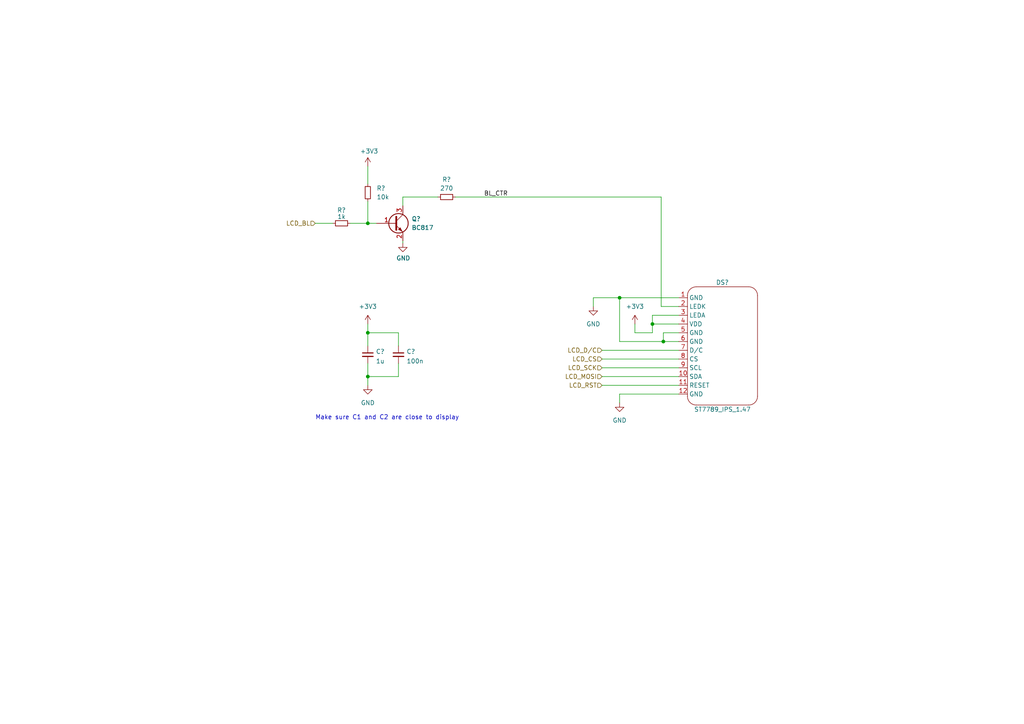
<source format=kicad_sch>
(kicad_sch (version 20230121) (generator eeschema)
  (paper "A4")
  (title_block (title "LCD Display") (date "2023-03-17") (rev "1") (company "Cuprum77"))
  (lib_symbols
    (symbol "Cuprum:ST7789_IPS_1.47"
      (property "Reference" "DS" (at 0 12.065 0))
      (property "Value" "ST7789_IPS_1.47" (at 0 0 0))
      (symbol "ST7789_IPS_1.47_0_1"
        (arc (start -17.1448 -7.6198) (mid -16.4009 -9.4159) (end -14.6048 -10.1598))
        (arc (start -14.6048 10.1598) (mid -16.4009 9.4159) (end -17.1448 7.6198))
        (polyline (pts (xy -17.145 7.62) (xy -17.145 -7.62)))
        (polyline (pts (xy -14.605 -10.16) (xy 14.605 -10.16)))
        (polyline (pts (xy 14.605 10.16) (xy -14.605 10.16)))
        (polyline (pts (xy 17.145 -7.62) (xy 17.145 7.62)))
        (arc (start 14.6048 -10.1598) (mid 16.4009 -9.4159) (end 17.1448 -7.6198))
        (arc (start 17.145 7.62) (mid 16.4011 9.4161) (end 14.605 10.16))
      )
      (symbol "ST7789_IPS_1.47_1_1"
        (pin input line (at -13.97 -12.7 90) (length 2.54) (name "GND") (number "1"))
        (pin input line (at 8.89 -12.7 90) (length 2.54) (name "SDA") (number "10"))
        (pin input line (at 11.43 -12.7 90) (length 2.54) (name "RESET") (number "11"))
        (pin input line (at 13.97 -12.7 90) (length 2.54) (name "GND") (number "12"))
        (pin input line (at -11.43 -12.7 90) (length 2.54) (name "LEDK") (number "2"))
        (pin input line (at -8.89 -12.7 90) (length 2.54) (name "LEDA") (number "3"))
        (pin input line (at -6.35 -12.7 90) (length 2.54) (name "VDD") (number "4"))
        (pin input line (at -3.81 -12.7 90) (length 2.54) (name "GND") (number "5"))
        (pin input line (at -1.27 -12.7 90) (length 2.54) (name "GND") (number "6"))
        (pin input line (at 1.27 -12.7 90) (length 2.54) (name "D/C") (number "7"))
        (pin input line (at 3.81 -12.7 90) (length 2.54) (name "CS") (number "8"))
        (pin input line (at 6.35 -12.7 90) (length 2.54) (name "SCL") (number "9"))
      )
    )
    (symbol "Device:C_Small" (pin_numbers hide) (pin_names (offset 0.254) hide)
      (property "Reference" "C" (at 0.254 1.778 0))
      (property "Value" "C_Small" (at 0.254 -2.032 0))
      (symbol "C_Small_0_1"
        (polyline (pts (xy -1.524 -0.508) (xy 1.524 -0.508)) (stroke (width 0.3302)))
        (polyline (pts (xy -1.524 0.508) (xy 1.524 0.508)) (stroke (width 0.3048)))
      )
      (symbol "C_Small_1_1"
        (pin passive line (at 0 2.54 270) (length 2.032) (name "~") (number "1"))
        (pin passive line (at 0 -2.54 90) (length 2.032) (name "~") (number "2"))
      )
    )
    (symbol "Device:R_Small" (pin_numbers hide) (pin_names (offset 0.254) hide)
      (property "Reference" "R" (at 0.762 0.508 0))
      (property "Value" "R_Small" (at 0.762 -1.016 0))
      (symbol "R_Small_0_1"
        (rectangle (start -0.762 1.778) (end 0.762 -1.778) (stroke (width 0.2032)))
      )
      (symbol "R_Small_1_1"
        (pin passive line (at 0 2.54 270) (length 0.762) (name "~") (number "1"))
        (pin passive line (at 0 -2.54 90) (length 0.762) (name "~") (number "2"))
      )
    )
    (symbol "Transistor_BJT:BC817" (pin_names (offset 0) hide)
      (property "Reference" "Q" (at 5.08 1.905 0))
      (property "Value" "BC817" (at 5.08 0 0))
      (symbol "BC817_0_1"
        (polyline (pts (xy 0.635 0.635) (xy 2.54 2.54)))
        (polyline (pts (xy 0.635 -0.635) (xy 2.54 -2.54) (xy 2.54 -2.54)))
        (polyline (pts (xy 0.635 1.905) (xy 0.635 -1.905) (xy 0.635 -1.905)) (stroke (width 0.508)))
        (polyline (pts (xy 1.27 -1.778) (xy 1.778 -1.27) (xy 2.286 -2.286) (xy 1.27 -1.778) (xy 1.27 -1.778)) (fill (type outline)))
        (circle (center 1.27 0) (radius 2.8194) (stroke (width 0.254)))
      )
      (symbol "BC817_1_1"
        (pin input line (at -5.08 0 0) (length 5.715) (name "B") (number "1"))
        (pin passive line (at 2.54 -5.08 90) (length 2.54) (name "E") (number "2"))
        (pin passive line (at 2.54 5.08 270) (length 2.54) (name "C") (number "3"))
      )
    )
    (symbol "power:+3V3" (power) (pin_names (offset 0))
      (property "Value" "+3V3" (at 0 3.556 0))
      (symbol "+3V3_0_1"
        (polyline (pts (xy -0.762 1.27) (xy 0 2.54)))
        (polyline (pts (xy 0 0) (xy 0 2.54)))
        (polyline (pts (xy 0 2.54) (xy 0.762 1.27)))
      )
      (symbol "+3V3_1_1"
        (pin power_in line (at 0 0 90) (length 0) hide (name "+3V3") (number "1"))
      )
    )
    (symbol "power:GND" (power) (pin_names (offset 0))
      (property "Value" "GND" (at 0 -3.81 0))
      (symbol "GND_0_1"
        (polyline (pts (xy 0 0) (xy 0 -1.27) (xy 1.27 -1.27) (xy 0 -2.54) (xy -1.27 -1.27) (xy 0 -1.27)))
      )
      (symbol "GND_1_1"
        (pin power_in line (at 0 0 270) (length 0) hide (name "GND") (number "1"))
      )
    )
  )
  (junction (at 179.705 86.36))
  (junction (at 106.68 64.77))
  (junction (at 106.68 96.52))
  (junction (at 192.405 99.06))
  (junction (at 106.68 109.22))
  (junction (at 189.23 93.98))
  (wire (pts (xy 115.57 96.52) (xy 115.57 100.33)))
  (wire (pts (xy 174.625 101.6) (xy 196.85 101.6)))
  (wire (pts (xy 192.405 99.06) (xy 179.705 99.06)))
  (wire (pts (xy 115.57 105.41) (xy 115.57 109.22)))
  (wire (pts (xy 184.15 96.52) (xy 184.15 93.98)))
  (wire (pts (xy 179.705 86.36) (xy 179.705 99.06)))
  (wire (pts (xy 179.705 86.36) (xy 196.85 86.36)))
  (wire (pts (xy 116.84 70.485) (xy 116.84 69.85)))
  (wire (pts (xy 192.405 99.06) (xy 196.85 99.06)))
  (wire (pts (xy 174.625 111.76) (xy 196.85 111.76)))
  (wire (pts (xy 191.77 88.9) (xy 191.77 57.15)))
  (wire (pts (xy 106.68 58.42) (xy 106.68 64.77)))
  (wire (pts (xy 192.405 96.52) (xy 192.405 99.06)))
  (wire (pts (xy 172.085 86.36) (xy 172.085 88.9)))
  (wire (pts (xy 132.08 57.15) (xy 191.77 57.15)))
  (wire (pts (xy 101.6 64.77) (xy 106.68 64.77)))
  (wire (pts (xy 106.68 109.22) (xy 115.57 109.22)))
  (wire (pts (xy 196.85 88.9) (xy 191.77 88.9)))
  (wire (pts (xy 172.085 86.36) (xy 179.705 86.36)))
  (wire (pts (xy 106.68 105.41) (xy 106.68 109.22)))
  (wire (pts (xy 116.84 57.15) (xy 116.84 59.69)))
  (wire (pts (xy 184.15 96.52) (xy 189.23 96.52)))
  (wire (pts (xy 174.625 104.14) (xy 196.85 104.14)))
  (wire (pts (xy 174.625 106.68) (xy 196.85 106.68)))
  (wire (pts (xy 91.44 64.77) (xy 96.52 64.77)))
  (wire (pts (xy 196.85 114.3) (xy 179.705 114.3)))
  (wire (pts (xy 179.705 114.3) (xy 179.705 116.84)))
  (wire (pts (xy 116.84 57.15) (xy 127 57.15)))
  (wire (pts (xy 174.625 109.22) (xy 196.85 109.22)))
  (wire (pts (xy 189.23 91.44) (xy 189.23 93.98)))
  (wire (pts (xy 196.85 96.52) (xy 192.405 96.52)))
  (wire (pts (xy 106.68 96.52) (xy 106.68 100.33)))
  (wire (pts (xy 106.68 64.77) (xy 109.22 64.77)))
  (wire (pts (xy 189.23 93.98) (xy 196.85 93.98)))
  (wire (pts (xy 115.57 96.52) (xy 106.68 96.52)))
  (wire (pts (xy 189.23 91.44) (xy 196.85 91.44)))
  (wire (pts (xy 106.68 48.26) (xy 106.68 53.34)))
  (wire (pts (xy 106.68 93.98) (xy 106.68 96.52)))
  (wire (pts (xy 189.23 96.52) (xy 189.23 93.98)))
  (wire (pts (xy 106.68 109.22) (xy 106.68 111.76)))
  (text "Make sure C1 and C2 are close to display" (at 91.44 121.92 0) (effects (font (size 1.27 1.27)) (justify left bottom)))
  (label "BL_CTR" (at 147.32 57.15 180))
  (hierarchical_label "LCD_SCK" (shape input) (at 174.625 106.68 180))
  (hierarchical_label "LCD_CS" (shape input) (at 174.625 104.14 180))
  (hierarchical_label "LCD_MOSI" (shape input) (at 174.625 109.22 180))
  (hierarchical_label "LCD_D{slash}C" (shape input) (at 174.625 101.6 180))
  (hierarchical_label "LCD_BL" (shape input) (at 91.44 64.77 180))
  (hierarchical_label "LCD_RST" (shape input) (at 174.625 111.76 180))
  (symbol (lib_id "power:+3V3") (at 106.68 48.26 0) (unit 1)
    (property "Reference" "#PWR?" (effects hide))
    (property "Value" "+3V3" (at 107.061 43.8658 0))
    (instances (project "USB-PD" (path "" (reference "#PWR?") (unit 1)) (path "" (reference "#PWR01") (unit 1))))
  )
  (symbol (lib_id "power:GND") (at 179.705 116.84 0) (unit 1)
    (property "Reference" "#PWR?" (effects hide))
    (property "Value" "GND" (at 179.705 121.92 0))
    (instances (project "USB-PD" (path "" (reference "#PWR?") (unit 1)) (path "" (reference "#PWR04") (unit 1))))
  )
  (symbol (lib_id "power:+3V3") (at 184.15 93.98 0) (unit 1)
    (property "Reference" "#PWR?" (effects hide))
    (property "Value" "+3V3" (at 184.15 88.9 0))
    (instances (project "USB-PD" (path "" (reference "#PWR?") (unit 1)) (path "" (reference "#PWR022") (unit 1))))
  )
  (symbol (lib_id "Device:R_Small") (at 106.68 55.88 180) (unit 1)
    (property "Reference" "R?" (at 109.22 54.6099 0) (effects (justify right)))
    (property "Value" "10k" (at 109.22 57.1499 0) (effects (justify right)))
    (property "Footprint" "Cuprum:R_0603_1608Metric" (effects hide))
    (instances (project "USB-PD" (path "" (reference "R?") (unit 1)) (path "" (reference "R5") (unit 1))))
  )
  (symbol (lib_id "power:GND") (at 106.68 111.76 0) (unit 1)
    (property "Reference" "#PWR?" (effects hide))
    (property "Value" "GND" (at 106.68 116.84 0))
    (instances (project "USB-PD" (path "" (reference "#PWR?") (unit 1)) (path "" (reference "#PWR02") (unit 1))))
  )
  (symbol (lib_id "power:+3V3") (at 106.68 93.98 0) (unit 1)
    (property "Reference" "#PWR?" (effects hide))
    (property "Value" "+3V3" (at 106.68 88.9 0))
    (instances (project "USB-PD" (path "" (reference "#PWR?") (unit 1)) (path "" (reference "#PWR046") (unit 1))))
  )
  (symbol (lib_id "Device:R_Small") (at 99.06 64.77 90) (unit 1)
    (property "Reference" "R?" (at 99.06 60.96 90))
    (property "Value" "1k" (at 99.06 62.842 90))
    (property "Footprint" "Cuprum:R_0603_1608Metric" (effects hide))
    (instances (project "USB-PD" (path "" (reference "R?") (unit 1)) (path "" (reference "R4") (unit 1))))
  )
  (symbol (lib_id "Transistor_BJT:BC817") (at 114.3 64.77 0) (unit 1)
    (property "Reference" "Q?" (at 119.38 63.4999 0) (effects (justify left)))
    (property "Value" "BC817" (at 119.38 66.0399 0) (effects (justify left)))
    (property "Footprint" "Package_TO_SOT_SMD:SOT-23" (effects hide))
    (property "Datasheet" "https://www.onsemi.com/pub/Collateral/BC818-D.pdf" (effects hide))
    (instances (project "USB-PD" (path "" (reference "Q?") (unit 1)) (path "" (reference "Q2") (unit 1))))
  )
  (symbol (lib_id "Cuprum:ST7789_IPS_1.47") (at 209.55 100.33 270) (unit 1)
    (property "Reference" "DS?" (at 207.645 81.915 90) (effects (justify left)))
    (property "Value" "ST7789_IPS_1.47" (at 201.295 118.745 90) (effects (justify left)))
    (property "Footprint" "KiCAD Library:1.47 inch 12PIN ST7789" (effects hide))
    (instances (project "USB-PD" (path "" (reference "DS?") (unit 1)) (path "" (reference "DS1") (unit 1))))
  )
  (symbol (lib_id "Device:C_Small") (at 115.57 102.87 0) (unit 1)
    (property "Reference" "C?" (at 117.8941 101.9678 0) (effects (justify left)))
    (property "Value" "100n" (at 117.8941 104.7429 0) (effects (justify left)))
    (property "Footprint" "KiCAD Library:C_0603_1608Metric" (effects hide))
    (instances (project "USB-PD" (path "" (reference "C?") (unit 1)) (path "" (reference "C2") (unit 1))))
  )
  (symbol (lib_id "power:GND") (at 116.84 70.485 0) (unit 1)
    (property "Reference" "#PWR?" (effects hide))
    (property "Value" "GND" (at 116.967 74.8792 0))
    (instances (project "USB-PD" (path "" (reference "#PWR?") (unit 1)) (path "" (reference "#PWR03") (unit 1))))
  )
  (symbol (lib_id "power:GND") (at 172.085 88.9 0) (unit 1)
    (property "Reference" "#PWR?" (effects hide))
    (property "Value" "GND" (at 172.085 93.98 0))
    (instances (project "USB-PD" (path "" (reference "#PWR?") (unit 1)) (path "" (reference "#PWR047") (unit 1))))
  )
  (symbol (lib_id "Device:C_Small") (at 106.68 102.87 0) (unit 1)
    (property "Reference" "C?" (at 109.0041 101.9678 0) (effects (justify left)))
    (property "Value" "1u" (at 109.0041 104.7429 0) (effects (justify left)))
    (property "Footprint" "KiCAD Library:C_0603_1608Metric" (effects hide))
    (instances (project "USB-PD" (path "" (reference "C?") (unit 1)) (path "" (reference "C1") (unit 1))))
  )
  (symbol (lib_id "Device:R_Small") (at 129.54 57.15 270) (unit 1)
    (property "Reference" "R?" (at 129.54 52.07 90))
    (property "Value" "270" (at 129.54 54.61 90))
    (property "Footprint" "Cuprum:R_0603_1608Metric" (effects hide))
    (instances (project "USB-PD" (path "" (reference "R?") (unit 1)) (path "" (reference "R7") (unit 1))))
  )
)
</source>
